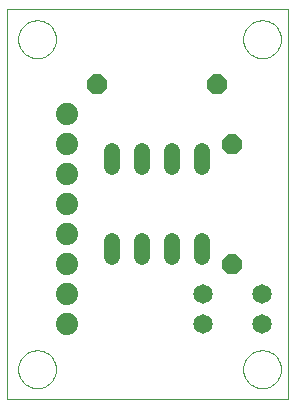
<source format=gtl>
G75*
%MOIN*%
%OFA0B0*%
%FSLAX24Y24*%
%IPPOS*%
%LPD*%
%AMOC8*
5,1,8,0,0,1.08239X$1,22.5*
%
%ADD10C,0.0000*%
%ADD11C,0.0520*%
%ADD12OC8,0.0660*%
%ADD13C,0.0650*%
%ADD14C,0.0740*%
D10*
X000350Y000350D02*
X000350Y013346D01*
X009720Y013346D01*
X009720Y000350D01*
X000350Y000350D01*
X000720Y001350D02*
X000722Y001400D01*
X000728Y001450D01*
X000738Y001499D01*
X000752Y001547D01*
X000769Y001594D01*
X000790Y001639D01*
X000815Y001683D01*
X000843Y001724D01*
X000875Y001763D01*
X000909Y001800D01*
X000946Y001834D01*
X000986Y001864D01*
X001028Y001891D01*
X001072Y001915D01*
X001118Y001936D01*
X001165Y001952D01*
X001213Y001965D01*
X001263Y001974D01*
X001312Y001979D01*
X001363Y001980D01*
X001413Y001977D01*
X001462Y001970D01*
X001511Y001959D01*
X001559Y001944D01*
X001605Y001926D01*
X001650Y001904D01*
X001693Y001878D01*
X001734Y001849D01*
X001773Y001817D01*
X001809Y001782D01*
X001841Y001744D01*
X001871Y001704D01*
X001898Y001661D01*
X001921Y001617D01*
X001940Y001571D01*
X001956Y001523D01*
X001968Y001474D01*
X001976Y001425D01*
X001980Y001375D01*
X001980Y001325D01*
X001976Y001275D01*
X001968Y001226D01*
X001956Y001177D01*
X001940Y001129D01*
X001921Y001083D01*
X001898Y001039D01*
X001871Y000996D01*
X001841Y000956D01*
X001809Y000918D01*
X001773Y000883D01*
X001734Y000851D01*
X001693Y000822D01*
X001650Y000796D01*
X001605Y000774D01*
X001559Y000756D01*
X001511Y000741D01*
X001462Y000730D01*
X001413Y000723D01*
X001363Y000720D01*
X001312Y000721D01*
X001263Y000726D01*
X001213Y000735D01*
X001165Y000748D01*
X001118Y000764D01*
X001072Y000785D01*
X001028Y000809D01*
X000986Y000836D01*
X000946Y000866D01*
X000909Y000900D01*
X000875Y000937D01*
X000843Y000976D01*
X000815Y001017D01*
X000790Y001061D01*
X000769Y001106D01*
X000752Y001153D01*
X000738Y001201D01*
X000728Y001250D01*
X000722Y001300D01*
X000720Y001350D01*
X008220Y001350D02*
X008222Y001400D01*
X008228Y001450D01*
X008238Y001499D01*
X008252Y001547D01*
X008269Y001594D01*
X008290Y001639D01*
X008315Y001683D01*
X008343Y001724D01*
X008375Y001763D01*
X008409Y001800D01*
X008446Y001834D01*
X008486Y001864D01*
X008528Y001891D01*
X008572Y001915D01*
X008618Y001936D01*
X008665Y001952D01*
X008713Y001965D01*
X008763Y001974D01*
X008812Y001979D01*
X008863Y001980D01*
X008913Y001977D01*
X008962Y001970D01*
X009011Y001959D01*
X009059Y001944D01*
X009105Y001926D01*
X009150Y001904D01*
X009193Y001878D01*
X009234Y001849D01*
X009273Y001817D01*
X009309Y001782D01*
X009341Y001744D01*
X009371Y001704D01*
X009398Y001661D01*
X009421Y001617D01*
X009440Y001571D01*
X009456Y001523D01*
X009468Y001474D01*
X009476Y001425D01*
X009480Y001375D01*
X009480Y001325D01*
X009476Y001275D01*
X009468Y001226D01*
X009456Y001177D01*
X009440Y001129D01*
X009421Y001083D01*
X009398Y001039D01*
X009371Y000996D01*
X009341Y000956D01*
X009309Y000918D01*
X009273Y000883D01*
X009234Y000851D01*
X009193Y000822D01*
X009150Y000796D01*
X009105Y000774D01*
X009059Y000756D01*
X009011Y000741D01*
X008962Y000730D01*
X008913Y000723D01*
X008863Y000720D01*
X008812Y000721D01*
X008763Y000726D01*
X008713Y000735D01*
X008665Y000748D01*
X008618Y000764D01*
X008572Y000785D01*
X008528Y000809D01*
X008486Y000836D01*
X008446Y000866D01*
X008409Y000900D01*
X008375Y000937D01*
X008343Y000976D01*
X008315Y001017D01*
X008290Y001061D01*
X008269Y001106D01*
X008252Y001153D01*
X008238Y001201D01*
X008228Y001250D01*
X008222Y001300D01*
X008220Y001350D01*
X008220Y012350D02*
X008222Y012400D01*
X008228Y012450D01*
X008238Y012499D01*
X008252Y012547D01*
X008269Y012594D01*
X008290Y012639D01*
X008315Y012683D01*
X008343Y012724D01*
X008375Y012763D01*
X008409Y012800D01*
X008446Y012834D01*
X008486Y012864D01*
X008528Y012891D01*
X008572Y012915D01*
X008618Y012936D01*
X008665Y012952D01*
X008713Y012965D01*
X008763Y012974D01*
X008812Y012979D01*
X008863Y012980D01*
X008913Y012977D01*
X008962Y012970D01*
X009011Y012959D01*
X009059Y012944D01*
X009105Y012926D01*
X009150Y012904D01*
X009193Y012878D01*
X009234Y012849D01*
X009273Y012817D01*
X009309Y012782D01*
X009341Y012744D01*
X009371Y012704D01*
X009398Y012661D01*
X009421Y012617D01*
X009440Y012571D01*
X009456Y012523D01*
X009468Y012474D01*
X009476Y012425D01*
X009480Y012375D01*
X009480Y012325D01*
X009476Y012275D01*
X009468Y012226D01*
X009456Y012177D01*
X009440Y012129D01*
X009421Y012083D01*
X009398Y012039D01*
X009371Y011996D01*
X009341Y011956D01*
X009309Y011918D01*
X009273Y011883D01*
X009234Y011851D01*
X009193Y011822D01*
X009150Y011796D01*
X009105Y011774D01*
X009059Y011756D01*
X009011Y011741D01*
X008962Y011730D01*
X008913Y011723D01*
X008863Y011720D01*
X008812Y011721D01*
X008763Y011726D01*
X008713Y011735D01*
X008665Y011748D01*
X008618Y011764D01*
X008572Y011785D01*
X008528Y011809D01*
X008486Y011836D01*
X008446Y011866D01*
X008409Y011900D01*
X008375Y011937D01*
X008343Y011976D01*
X008315Y012017D01*
X008290Y012061D01*
X008269Y012106D01*
X008252Y012153D01*
X008238Y012201D01*
X008228Y012250D01*
X008222Y012300D01*
X008220Y012350D01*
X000720Y012350D02*
X000722Y012400D01*
X000728Y012450D01*
X000738Y012499D01*
X000752Y012547D01*
X000769Y012594D01*
X000790Y012639D01*
X000815Y012683D01*
X000843Y012724D01*
X000875Y012763D01*
X000909Y012800D01*
X000946Y012834D01*
X000986Y012864D01*
X001028Y012891D01*
X001072Y012915D01*
X001118Y012936D01*
X001165Y012952D01*
X001213Y012965D01*
X001263Y012974D01*
X001312Y012979D01*
X001363Y012980D01*
X001413Y012977D01*
X001462Y012970D01*
X001511Y012959D01*
X001559Y012944D01*
X001605Y012926D01*
X001650Y012904D01*
X001693Y012878D01*
X001734Y012849D01*
X001773Y012817D01*
X001809Y012782D01*
X001841Y012744D01*
X001871Y012704D01*
X001898Y012661D01*
X001921Y012617D01*
X001940Y012571D01*
X001956Y012523D01*
X001968Y012474D01*
X001976Y012425D01*
X001980Y012375D01*
X001980Y012325D01*
X001976Y012275D01*
X001968Y012226D01*
X001956Y012177D01*
X001940Y012129D01*
X001921Y012083D01*
X001898Y012039D01*
X001871Y011996D01*
X001841Y011956D01*
X001809Y011918D01*
X001773Y011883D01*
X001734Y011851D01*
X001693Y011822D01*
X001650Y011796D01*
X001605Y011774D01*
X001559Y011756D01*
X001511Y011741D01*
X001462Y011730D01*
X001413Y011723D01*
X001363Y011720D01*
X001312Y011721D01*
X001263Y011726D01*
X001213Y011735D01*
X001165Y011748D01*
X001118Y011764D01*
X001072Y011785D01*
X001028Y011809D01*
X000986Y011836D01*
X000946Y011866D01*
X000909Y011900D01*
X000875Y011937D01*
X000843Y011976D01*
X000815Y012017D01*
X000790Y012061D01*
X000769Y012106D01*
X000752Y012153D01*
X000738Y012201D01*
X000728Y012250D01*
X000722Y012300D01*
X000720Y012350D01*
D11*
X003850Y008610D02*
X003850Y008090D01*
X004850Y008090D02*
X004850Y008610D01*
X005850Y008610D02*
X005850Y008090D01*
X006850Y008090D02*
X006850Y008610D01*
X006850Y005610D02*
X006850Y005090D01*
X005850Y005090D02*
X005850Y005610D01*
X004850Y005610D02*
X004850Y005090D01*
X003850Y005090D02*
X003850Y005610D01*
D12*
X007850Y004850D03*
X007850Y008850D03*
X007350Y010850D03*
X003350Y010850D03*
D13*
X006866Y003850D03*
X006866Y002850D03*
X008834Y002850D03*
X008834Y003850D03*
D14*
X002350Y003850D03*
X002350Y004850D03*
X002350Y005850D03*
X002350Y006850D03*
X002350Y007850D03*
X002350Y008850D03*
X002350Y009850D03*
X002350Y002850D03*
M02*

</source>
